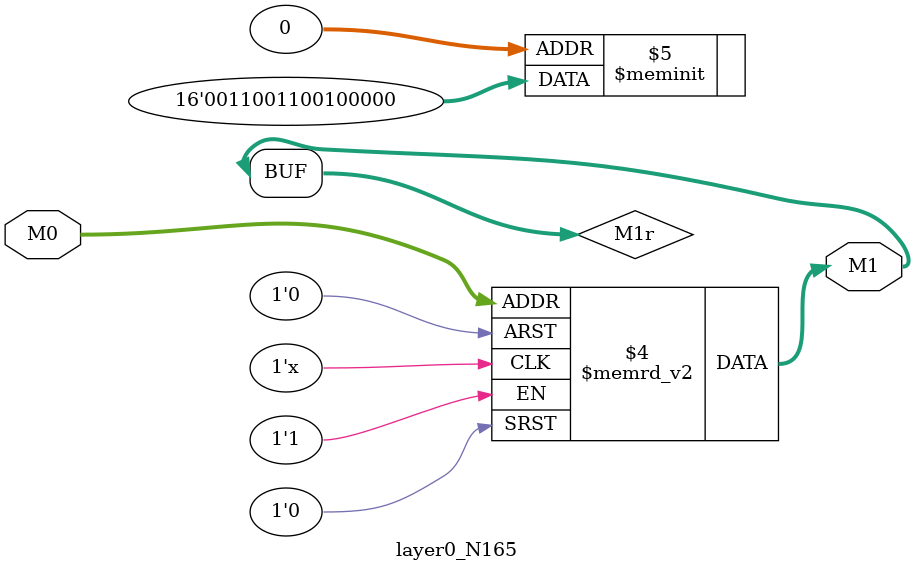
<source format=v>
module layer0_N165 ( input [2:0] M0, output [1:0] M1 );

	(*rom_style = "distributed" *) reg [1:0] M1r;
	assign M1 = M1r;
	always @ (M0) begin
		case (M0)
			3'b000: M1r = 2'b00;
			3'b100: M1r = 2'b11;
			3'b010: M1r = 2'b10;
			3'b110: M1r = 2'b11;
			3'b001: M1r = 2'b00;
			3'b101: M1r = 2'b00;
			3'b011: M1r = 2'b00;
			3'b111: M1r = 2'b00;

		endcase
	end
endmodule

</source>
